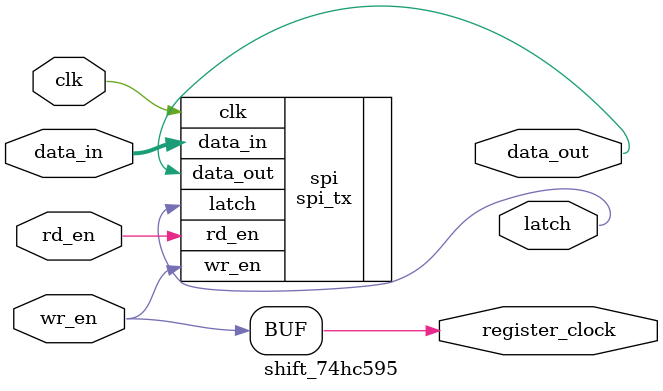
<source format=v>
`include "spi_tx.v"

/** 
 * Uses a NXP 74HC595N as a simple shift
 * register.
 * 
 * The IC is used as a write-only register.
 *
 * The module is driven by the main clock but
 * data sent to the IC is controlled by wr_en
 * clock enable signal. The signal was tested
 * to be working at up to 40 MHz.
 * 
 * It is important the the frequency to talk
 * to the IC is at maximum *half* the frequency
 * of 'clk'.
 * 
 * The IC datasheet calls the wires used here
 * as follows:
 * 
 *  data_out - DS (serial data input)
 *	register_clock - SH_CP (shift register clock input)
 *  latch - ST_CP (storage register clock input)
 *  
 */
module shift_74hc595
		(
		input rd_en,
		input [7:0] data_in,
		
		input wr_en,
		output data_out,		// DS (serial data input)  
		output latch,			// ST_CP (storage register clock input)
		output register_clock,	// SH_CP (shift register clock input)
		
		input clk
		);
	assign register_clock = wr_en;

	spi_tx spi (
			.rd_en(rd_en),
			.data_in(data_in),
			
			.wr_en(register_clock),
			.data_out(data_out),
			
			.latch(latch),
			
			.clk(clk)
		);
	
endmodule

</source>
